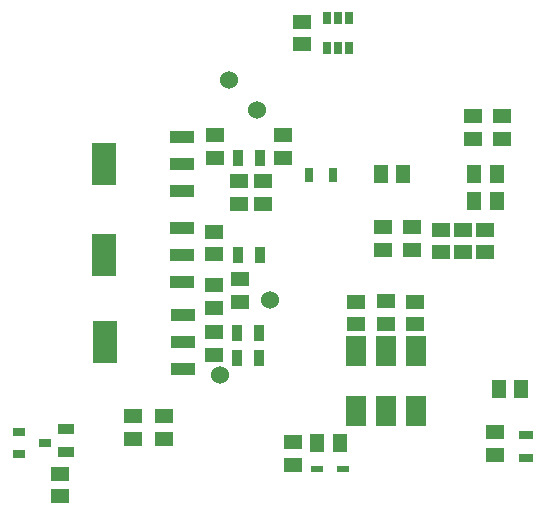
<source format=gbp>
%FSLAX34Y34*%
G04 Gerber Fmt 3.4, Leading zero omitted, Abs format*
G04 (created by PCBNEW (2014-06-12 BZR 4942)-product) date Wed 18 Jun 2014 12:24:07 AM PDT*
%MOIN*%
G01*
G70*
G90*
G04 APERTURE LIST*
%ADD10C,0.003937*%
%ADD11C,0.060000*%
%ADD12R,0.059000X0.051200*%
%ADD13R,0.051200X0.059000*%
%ADD14R,0.039400X0.023600*%
%ADD15R,0.035000X0.055000*%
%ADD16R,0.055000X0.035000*%
%ADD17R,0.039400X0.031500*%
%ADD18R,0.031500X0.047200*%
%ADD19R,0.047200X0.031500*%
%ADD20R,0.065000X0.100000*%
%ADD21R,0.080000X0.144000*%
%ADD22R,0.080000X0.040000*%
%ADD23R,0.027600X0.039400*%
G04 APERTURE END LIST*
G54D10*
G54D11*
X56318Y-27933D03*
G54D12*
X53425Y-29310D03*
X53425Y-30060D03*
X56929Y-21475D03*
X56929Y-22225D03*
X54448Y-29310D03*
X54448Y-30060D03*
X57755Y-21475D03*
X57755Y-22225D03*
X56102Y-27264D03*
X56102Y-26514D03*
X56141Y-20689D03*
X56141Y-19939D03*
X65708Y-20060D03*
X65708Y-19310D03*
G54D13*
X61672Y-21220D03*
X62422Y-21220D03*
G54D12*
X64736Y-20063D03*
X64736Y-19313D03*
X58425Y-20689D03*
X58425Y-19939D03*
G54D13*
X65532Y-22125D03*
X64782Y-22125D03*
X65532Y-21220D03*
X64782Y-21220D03*
G54D12*
X62716Y-23760D03*
X62716Y-23010D03*
X61732Y-23760D03*
X61732Y-23010D03*
X61850Y-26221D03*
X61850Y-25471D03*
X60826Y-26241D03*
X60826Y-25491D03*
X62814Y-26241D03*
X62814Y-25491D03*
X56102Y-24939D03*
X56102Y-25689D03*
X56968Y-24743D03*
X56968Y-25493D03*
G54D13*
X66349Y-28405D03*
X65599Y-28405D03*
G54D12*
X63661Y-23839D03*
X63661Y-23089D03*
X65472Y-29841D03*
X65472Y-30591D03*
G54D13*
X60296Y-30196D03*
X59546Y-30196D03*
G54D12*
X56102Y-23918D03*
X56102Y-23168D03*
X64409Y-23839D03*
X64409Y-23089D03*
X58740Y-30176D03*
X58740Y-30926D03*
X65157Y-23839D03*
X65157Y-23089D03*
X59055Y-16910D03*
X59055Y-16160D03*
X50984Y-31219D03*
X50984Y-31969D03*
G54D14*
X60393Y-31062D03*
X59527Y-31062D03*
G54D15*
X56869Y-26535D03*
X57619Y-26535D03*
X56869Y-27362D03*
X57619Y-27362D03*
X56908Y-20688D03*
X57658Y-20688D03*
X56908Y-23937D03*
X57658Y-23937D03*
G54D16*
X51181Y-29743D03*
X51181Y-30493D03*
G54D11*
X56614Y-18110D03*
X57992Y-25433D03*
G54D17*
X50472Y-30196D03*
X49606Y-29821D03*
X49606Y-30571D03*
G54D18*
X59291Y-21269D03*
X60079Y-21269D03*
G54D19*
X66496Y-30708D03*
X66496Y-29920D03*
G54D11*
X57559Y-19094D03*
G54D20*
X62834Y-29125D03*
X61834Y-29125D03*
X60834Y-29125D03*
X60834Y-27125D03*
X61834Y-27125D03*
X62834Y-27125D03*
G54D21*
X52479Y-26850D03*
G54D22*
X55079Y-26850D03*
X55079Y-27750D03*
X55079Y-25950D03*
G54D21*
X52440Y-20905D03*
G54D22*
X55040Y-20905D03*
X55040Y-21805D03*
X55040Y-20005D03*
G54D21*
X52440Y-23937D03*
G54D22*
X55040Y-23937D03*
X55040Y-24837D03*
X55040Y-23037D03*
G54D23*
X59861Y-17035D03*
X60236Y-17035D03*
X60611Y-17035D03*
X60611Y-16035D03*
X60236Y-16035D03*
X59861Y-16035D03*
M02*

</source>
